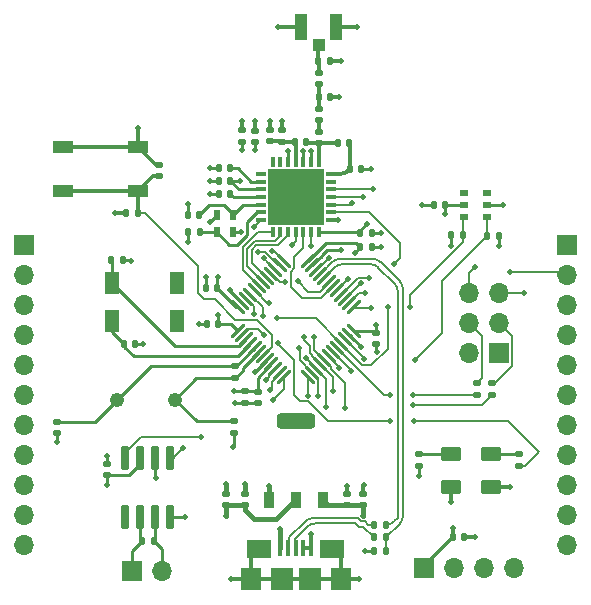
<source format=gbr>
%TF.GenerationSoftware,KiCad,Pcbnew,7.0.6-7.0.6~ubuntu22.04.1*%
%TF.CreationDate,2023-08-04T06:45:17-03:00*%
%TF.ProjectId,RF_Board,52465f42-6f61-4726-942e-6b696361645f,rev?*%
%TF.SameCoordinates,Original*%
%TF.FileFunction,Copper,L1,Top*%
%TF.FilePolarity,Positive*%
%FSLAX46Y46*%
G04 Gerber Fmt 4.6, Leading zero omitted, Abs format (unit mm)*
G04 Created by KiCad (PCBNEW 7.0.6-7.0.6~ubuntu22.04.1) date 2023-08-04 06:45:17*
%MOMM*%
%LPD*%
G01*
G04 APERTURE LIST*
G04 Aperture macros list*
%AMRoundRect*
0 Rectangle with rounded corners*
0 $1 Rounding radius*
0 $2 $3 $4 $5 $6 $7 $8 $9 X,Y pos of 4 corners*
0 Add a 4 corners polygon primitive as box body*
4,1,4,$2,$3,$4,$5,$6,$7,$8,$9,$2,$3,0*
0 Add four circle primitives for the rounded corners*
1,1,$1+$1,$2,$3*
1,1,$1+$1,$4,$5*
1,1,$1+$1,$6,$7*
1,1,$1+$1,$8,$9*
0 Add four rect primitives between the rounded corners*
20,1,$1+$1,$2,$3,$4,$5,0*
20,1,$1+$1,$4,$5,$6,$7,0*
20,1,$1+$1,$6,$7,$8,$9,0*
20,1,$1+$1,$8,$9,$2,$3,0*%
G04 Aperture macros list end*
%TA.AperFunction,SMDPad,CuDef*%
%ADD10RoundRect,0.250000X-0.625000X0.375000X-0.625000X-0.375000X0.625000X-0.375000X0.625000X0.375000X0*%
%TD*%
%TA.AperFunction,SMDPad,CuDef*%
%ADD11RoundRect,0.147500X0.172500X-0.147500X0.172500X0.147500X-0.172500X0.147500X-0.172500X-0.147500X0*%
%TD*%
%TA.AperFunction,SMDPad,CuDef*%
%ADD12RoundRect,0.140000X-0.140000X-0.170000X0.140000X-0.170000X0.140000X0.170000X-0.140000X0.170000X0*%
%TD*%
%TA.AperFunction,ComponentPad*%
%ADD13R,1.700000X1.700000*%
%TD*%
%TA.AperFunction,ComponentPad*%
%ADD14O,1.700000X1.700000*%
%TD*%
%TA.AperFunction,SMDPad,CuDef*%
%ADD15RoundRect,0.135000X0.135000X0.185000X-0.135000X0.185000X-0.135000X-0.185000X0.135000X-0.185000X0*%
%TD*%
%TA.AperFunction,SMDPad,CuDef*%
%ADD16RoundRect,0.135000X-0.135000X-0.185000X0.135000X-0.185000X0.135000X0.185000X-0.135000X0.185000X0*%
%TD*%
%TA.AperFunction,SMDPad,CuDef*%
%ADD17RoundRect,0.140000X0.170000X-0.140000X0.170000X0.140000X-0.170000X0.140000X-0.170000X-0.140000X0*%
%TD*%
%TA.AperFunction,SMDPad,CuDef*%
%ADD18RoundRect,0.140000X-0.170000X0.140000X-0.170000X-0.140000X0.170000X-0.140000X0.170000X0.140000X0*%
%TD*%
%TA.AperFunction,SMDPad,CuDef*%
%ADD19RoundRect,0.147500X-0.147500X-0.172500X0.147500X-0.172500X0.147500X0.172500X-0.147500X0.172500X0*%
%TD*%
%TA.AperFunction,SMDPad,CuDef*%
%ADD20RoundRect,0.135000X-0.185000X0.135000X-0.185000X-0.135000X0.185000X-0.135000X0.185000X0.135000X0*%
%TD*%
%TA.AperFunction,SMDPad,CuDef*%
%ADD21RoundRect,0.140000X0.140000X0.170000X-0.140000X0.170000X-0.140000X-0.170000X0.140000X-0.170000X0*%
%TD*%
%TA.AperFunction,SMDPad,CuDef*%
%ADD22RoundRect,0.250000X0.625000X-0.375000X0.625000X0.375000X-0.625000X0.375000X-0.625000X-0.375000X0*%
%TD*%
%TA.AperFunction,SMDPad,CuDef*%
%ADD23RoundRect,0.135000X0.185000X-0.135000X0.185000X0.135000X-0.185000X0.135000X-0.185000X-0.135000X0*%
%TD*%
%TA.AperFunction,SMDPad,CuDef*%
%ADD24RoundRect,0.012800X-0.392200X-0.147200X0.392200X-0.147200X0.392200X0.147200X-0.392200X0.147200X0*%
%TD*%
%TA.AperFunction,SMDPad,CuDef*%
%ADD25RoundRect,0.012800X0.147200X-0.392200X0.147200X0.392200X-0.147200X0.392200X-0.147200X-0.392200X0*%
%TD*%
%TA.AperFunction,SMDPad,CuDef*%
%ADD26R,4.800000X4.800000*%
%TD*%
%TA.AperFunction,SMDPad,CuDef*%
%ADD27R,0.400000X1.350000*%
%TD*%
%TA.AperFunction,SMDPad,CuDef*%
%ADD28R,2.100000X1.600000*%
%TD*%
%TA.AperFunction,SMDPad,CuDef*%
%ADD29R,1.800000X1.900000*%
%TD*%
%TA.AperFunction,SMDPad,CuDef*%
%ADD30R,1.900000X1.900000*%
%TD*%
%TA.AperFunction,ComponentPad*%
%ADD31C,1.247000*%
%TD*%
%TA.AperFunction,SMDPad,CuDef*%
%ADD32RoundRect,0.042000X-0.258000X0.943000X-0.258000X-0.943000X0.258000X-0.943000X0.258000X0.943000X0*%
%TD*%
%TA.AperFunction,SMDPad,CuDef*%
%ADD33R,0.609600X0.863600*%
%TD*%
%TA.AperFunction,SMDPad,CuDef*%
%ADD34R,1.050000X2.200000*%
%TD*%
%TA.AperFunction,SMDPad,CuDef*%
%ADD35R,1.000000X1.050000*%
%TD*%
%TA.AperFunction,SMDPad,CuDef*%
%ADD36RoundRect,0.037100X-0.317900X-0.227900X0.317900X-0.227900X0.317900X0.227900X-0.317900X0.227900X0*%
%TD*%
%TA.AperFunction,SMDPad,CuDef*%
%ADD37RoundRect,0.065100X0.399900X-0.589900X0.399900X0.589900X-0.399900X0.589900X-0.399900X-0.589900X0*%
%TD*%
%TA.AperFunction,SMDPad,CuDef*%
%ADD38RoundRect,0.314400X1.305600X-0.340600X1.305600X0.340600X-1.305600X0.340600X-1.305600X-0.340600X0*%
%TD*%
%TA.AperFunction,SMDPad,CuDef*%
%ADD39RoundRect,0.109200X0.496106X0.452548X0.452548X0.496106X-0.496106X-0.452548X-0.452548X-0.496106X0*%
%TD*%
%TA.AperFunction,SMDPad,CuDef*%
%ADD40RoundRect,0.109200X0.452548X-0.496106X0.496106X-0.452548X-0.452548X0.496106X-0.496106X0.452548X0*%
%TD*%
%TA.AperFunction,SMDPad,CuDef*%
%ADD41R,1.700000X1.000000*%
%TD*%
%TA.AperFunction,SMDPad,CuDef*%
%ADD42R,1.300000X1.900000*%
%TD*%
%TA.AperFunction,ViaPad*%
%ADD43C,0.500000*%
%TD*%
%TA.AperFunction,Conductor*%
%ADD44C,0.349582*%
%TD*%
%TA.AperFunction,Conductor*%
%ADD45C,0.250000*%
%TD*%
%TA.AperFunction,Conductor*%
%ADD46C,0.152000*%
%TD*%
%TA.AperFunction,Conductor*%
%ADD47C,0.400000*%
%TD*%
%TA.AperFunction,Conductor*%
%ADD48C,0.200000*%
%TD*%
G04 APERTURE END LIST*
D10*
%TO.P,D2,1,K*%
%TO.N,Net-(D2-K)*%
X211120000Y-84910000D03*
%TO.P,D2,2,A*%
%TO.N,+3.3V*%
X211120000Y-87710000D03*
%TD*%
D11*
%TO.P,L4,1,1*%
%TO.N,Net-(C17-Pad1)*%
X199940000Y-53655000D03*
%TO.P,L4,2,2*%
%TO.N,Net-(C38-Pad1)*%
X199940000Y-52685000D03*
%TD*%
D12*
%TO.P,C38,1*%
%TO.N,Net-(C38-Pad1)*%
X199910000Y-51680000D03*
%TO.P,C38,2*%
%TO.N,Earth*%
X200870000Y-51680000D03*
%TD*%
D13*
%TO.P,J5,1,Pin_1*%
%TO.N,Net-(J5-Pin_1)*%
X184125000Y-94880000D03*
D14*
%TO.P,J5,2,Pin_2*%
%TO.N,Net-(J5-Pin_2)*%
X186665000Y-94880000D03*
%TD*%
D15*
%TO.P,R1,1*%
%TO.N,/NRST*%
X184630000Y-64540000D03*
%TO.P,R1,2*%
%TO.N,+3.3V*%
X183610000Y-64540000D03*
%TD*%
D16*
%TO.P,R5,1*%
%TO.N,/D1-*%
X204620000Y-90930000D03*
%TO.P,R5,2*%
%TO.N,/D-*%
X205640000Y-90930000D03*
%TD*%
D17*
%TO.P,C8,1*%
%TO.N,VBUS*%
X202340000Y-89270000D03*
%TO.P,C8,2*%
%TO.N,Earth*%
X202340000Y-88310000D03*
%TD*%
D18*
%TO.P,C10,1*%
%TO.N,Earth*%
X194520000Y-57560000D03*
%TO.P,C10,2*%
%TO.N,+3.3V*%
X194520000Y-58520000D03*
%TD*%
D17*
%TO.P,C7,1*%
%TO.N,VBUS*%
X203730000Y-89270000D03*
%TO.P,C7,2*%
%TO.N,Earth*%
X203730000Y-88310000D03*
%TD*%
D12*
%TO.P,C18,1*%
%TO.N,+3.3V*%
X203470000Y-67450000D03*
%TO.P,C18,2*%
%TO.N,Earth*%
X204430000Y-67450000D03*
%TD*%
%TO.P,C21,1*%
%TO.N,Earth*%
X209680000Y-63860000D03*
%TO.P,C21,2*%
%TO.N,+3.3V*%
X210640000Y-63860000D03*
%TD*%
D19*
%TO.P,L2,1,1*%
%TO.N,/RFI_HF*%
X202555000Y-60855000D03*
%TO.P,L2,2,2*%
%TO.N,Earth*%
X203525000Y-60855000D03*
%TD*%
D20*
%TO.P,R9,1*%
%TO.N,Net-(D2-K)*%
X208470000Y-84920000D03*
%TO.P,R9,2*%
%TO.N,Earth*%
X208470000Y-85940000D03*
%TD*%
D18*
%TO.P,C31,1*%
%TO.N,+3.3V*%
X193670000Y-79650000D03*
%TO.P,C31,2*%
%TO.N,Earth*%
X193670000Y-80610000D03*
%TD*%
D21*
%TO.P,C32,1*%
%TO.N,+3.3V*%
X191440000Y-73910000D03*
%TO.P,C32,2*%
%TO.N,Earth*%
X190480000Y-73910000D03*
%TD*%
D16*
%TO.P,R7,1*%
%TO.N,VBUS*%
X204620000Y-93140000D03*
%TO.P,R7,2*%
%TO.N,/D+*%
X205640000Y-93140000D03*
%TD*%
D13*
%TO.P,J7,1,Pin_1*%
%TO.N,+3.3V*%
X221000000Y-67270000D03*
D14*
%TO.P,J7,2,Pin_2*%
%TO.N,/PA8*%
X221000000Y-69810000D03*
%TO.P,J7,3,Pin_3*%
%TO.N,/PB15*%
X221000000Y-72350000D03*
%TO.P,J7,4,Pin_4*%
%TO.N,/PB14*%
X221000000Y-74890000D03*
%TO.P,J7,5,Pin_5*%
%TO.N,/PB13*%
X221000000Y-77430000D03*
%TO.P,J7,6,Pin_6*%
%TO.N,/PB12*%
X221000000Y-79970000D03*
%TO.P,J7,7,Pin_7*%
%TO.N,/PB11*%
X221000000Y-82510000D03*
%TO.P,J7,8,Pin_8*%
%TO.N,/PB1*%
X221000000Y-85050000D03*
%TO.P,J7,9,Pin_9*%
%TO.N,/PB0*%
X221000000Y-87590000D03*
%TO.P,J7,10,Pin_10*%
%TO.N,Earth*%
X221000000Y-90130000D03*
%TO.P,J7,11,Pin_11*%
X221000000Y-92670000D03*
%TD*%
D20*
%TO.P,R2,1*%
%TO.N,/OSC8_IN*%
X192870000Y-77510000D03*
%TO.P,R2,2*%
%TO.N,/OSC8_OUT*%
X192870000Y-78530000D03*
%TD*%
D13*
%TO.P,J4,1,Pin_1*%
%TO.N,+3.3V*%
X215175000Y-76355000D03*
D14*
%TO.P,J4,2,Pin_2*%
X212635000Y-76355000D03*
%TO.P,J4,3,Pin_3*%
%TO.N,/BOOT0*%
X215175000Y-73815000D03*
%TO.P,J4,4,Pin_4*%
%TO.N,/BOOT1*%
X212635000Y-73815000D03*
%TO.P,J4,5,Pin_5*%
%TO.N,Earth*%
X215175000Y-71275000D03*
%TO.P,J4,6,Pin_6*%
X212635000Y-71275000D03*
%TD*%
D21*
%TO.P,C9,1*%
%TO.N,Earth*%
X204420000Y-66200000D03*
%TO.P,C9,2*%
%TO.N,+3.3V*%
X203460000Y-66200000D03*
%TD*%
D22*
%TO.P,D1,1,K*%
%TO.N,Earth*%
X214510000Y-87710000D03*
%TO.P,D1,2,A*%
%TO.N,Net-(D1-A)*%
X214510000Y-84910000D03*
%TD*%
D13*
%TO.P,J3,1,Pin_1*%
%TO.N,+3.3V*%
X208850000Y-94640000D03*
D14*
%TO.P,J3,2,Pin_2*%
%TO.N,/SWDIO*%
X211390000Y-94640000D03*
%TO.P,J3,3,Pin_3*%
%TO.N,/SWCLK*%
X213930000Y-94640000D03*
%TO.P,J3,4,Pin_4*%
%TO.N,Earth*%
X216470000Y-94640000D03*
%TD*%
D11*
%TO.P,L3,1,1*%
%TO.N,Net-(C16-Pad1)*%
X199950000Y-56675000D03*
%TO.P,L3,2,2*%
%TO.N,Net-(C17-Pad1)*%
X199950000Y-55705000D03*
%TD*%
D21*
%TO.P,C15,1*%
%TO.N,/RFI_HF*%
X202530000Y-58610000D03*
%TO.P,C15,2*%
%TO.N,/RFO_HF*%
X201570000Y-58610000D03*
%TD*%
D12*
%TO.P,C39,1*%
%TO.N,+3.3V*%
X211310000Y-91980000D03*
%TO.P,C39,2*%
%TO.N,Earth*%
X212270000Y-91980000D03*
%TD*%
D17*
%TO.P,C13,1*%
%TO.N,/VR_PA*%
X195790000Y-58485000D03*
%TO.P,C13,2*%
%TO.N,Earth*%
X195790000Y-57525000D03*
%TD*%
D12*
%TO.P,C3,1*%
%TO.N,Earth*%
X191510000Y-60750000D03*
%TO.P,C3,2*%
%TO.N,Net-(U2-VR_ANA)*%
X192470000Y-60750000D03*
%TD*%
D21*
%TO.P,C36,1*%
%TO.N,Earth*%
X184410000Y-75620000D03*
%TO.P,C36,2*%
%TO.N,/OSC32_OUT*%
X183450000Y-75620000D03*
%TD*%
D23*
%TO.P,R4,1*%
%TO.N,Net-(U1-PB2)*%
X213375000Y-79945000D03*
%TO.P,R4,2*%
%TO.N,/BOOT1*%
X213375000Y-78925000D03*
%TD*%
D17*
%TO.P,C33,1*%
%TO.N,Earth*%
X177800000Y-83170000D03*
%TO.P,C33,2*%
%TO.N,/OSC8_IN*%
X177800000Y-82210000D03*
%TD*%
D24*
%TO.P,U2,1,RFI_LF*%
%TO.N,unconnected-(U2-RFI_LF-Pad1)*%
X195045000Y-61230000D03*
%TO.P,U2,2,VR_ANA*%
%TO.N,Net-(U2-VR_ANA)*%
X195045000Y-61880000D03*
%TO.P,U2,3,VBAT_ANA*%
%TO.N,+3.3V*%
X195045000Y-62530000D03*
%TO.P,U2,4,VR_DIG*%
%TO.N,Net-(U2-VR_DIG)*%
X195045000Y-63180000D03*
%TO.P,U2,5,XTA*%
%TO.N,/XTA*%
X195045000Y-63830000D03*
%TO.P,U2,6,XTB*%
%TO.N,/XTB*%
X195045000Y-64480000D03*
%TO.P,U2,7,NRESET*%
%TO.N,/NRESET*%
X195045000Y-65130000D03*
D25*
%TO.P,U2,8,DIO0*%
%TO.N,/DIO0*%
X196050000Y-66135000D03*
%TO.P,U2,9,DIO1/DCLK*%
%TO.N,/DIO1*%
X196700000Y-66135000D03*
%TO.P,U2,10,DIO2/DATA*%
%TO.N,/DIO2*%
X197350000Y-66135000D03*
%TO.P,U2,11,DIO3*%
%TO.N,/DIO3*%
X198000000Y-66135000D03*
%TO.P,U2,12,DIO4*%
%TO.N,/DIO4*%
X198650000Y-66135000D03*
%TO.P,U2,13,DIO5*%
%TO.N,/DIO5*%
X199300000Y-66135000D03*
%TO.P,U2,14,VBAT_DIG*%
%TO.N,+3.3V*%
X199950000Y-66135000D03*
D24*
%TO.P,U2,15,GND*%
%TO.N,Earth*%
X200955000Y-65130000D03*
%TO.P,U2,16,SCK*%
%TO.N,/PA5*%
X200955000Y-64480000D03*
%TO.P,U2,17,MISO*%
%TO.N,/MISO*%
X200955000Y-63830000D03*
%TO.P,U2,18,MOSI*%
%TO.N,/MOSI*%
X200955000Y-63180000D03*
%TO.P,U2,19,NSS*%
%TO.N,/NSS*%
X200955000Y-62530000D03*
%TO.P,U2,20,RXTX/RF_MOD*%
%TO.N,unconnected-(U2-RXTX{slash}RF_MOD-Pad20)*%
X200955000Y-61880000D03*
%TO.P,U2,21,RFI_HF(GND)*%
%TO.N,/RFI_HF*%
X200955000Y-61230000D03*
D25*
%TO.P,U2,22,RFO_HF(GND)*%
%TO.N,/RFO_HF*%
X199950000Y-60225000D03*
%TO.P,U2,23,GND*%
%TO.N,Earth*%
X199300000Y-60225000D03*
%TO.P,U2,24,VBAT_RF*%
%TO.N,+3.3V*%
X198650000Y-60225000D03*
%TO.P,U2,25,VR_PA*%
%TO.N,/VR_PA*%
X198000000Y-60225000D03*
%TO.P,U2,26,GND*%
%TO.N,Earth*%
X197350000Y-60225000D03*
%TO.P,U2,27,PA_BOOST*%
%TO.N,unconnected-(U2-PA_BOOST-Pad27)*%
X196700000Y-60225000D03*
%TO.P,U2,28,RFO_LF*%
%TO.N,unconnected-(U2-RFO_LF-Pad28)*%
X196050000Y-60225000D03*
D26*
%TO.P,U2,29,EXP*%
%TO.N,Earth*%
X198000000Y-63180000D03*
%TD*%
D16*
%TO.P,R13,1*%
%TO.N,/PB11*%
X214170000Y-66520000D03*
%TO.P,R13,2*%
%TO.N,+3.3V*%
X215190000Y-66520000D03*
%TD*%
D17*
%TO.P,C40,1*%
%TO.N,+3.3V*%
X181980000Y-86760000D03*
%TO.P,C40,2*%
%TO.N,Earth*%
X181980000Y-85800000D03*
%TD*%
D27*
%TO.P,J1,1,VUSB*%
%TO.N,VBUS*%
X196700000Y-92885000D03*
%TO.P,J1,2,D-*%
%TO.N,/D1-*%
X197350000Y-92885000D03*
%TO.P,J1,3,D+*%
%TO.N,/D1+*%
X198000000Y-92885000D03*
%TO.P,J1,4,ID*%
%TO.N,Earth*%
X198650000Y-92885000D03*
%TO.P,J1,5,GND*%
X199300000Y-92885000D03*
D28*
%TO.P,J1,SH1,SHIELD*%
X194900000Y-93010000D03*
%TO.P,J1,SH2,SHIELD*%
X201100000Y-93010000D03*
D29*
%TO.P,J1,SH3,SHIELD*%
X194200000Y-95560000D03*
D30*
%TO.P,J1,SH4,SHIELD*%
X196800000Y-95560000D03*
%TO.P,J1,SH5,SHIELD*%
X199200000Y-95560000D03*
D29*
%TO.P,J1,SH6,SHIELD*%
X201800000Y-95560000D03*
%TD*%
D20*
%TO.P,R3,1*%
%TO.N,/BOOT0*%
X214615000Y-78925000D03*
%TO.P,R3,2*%
%TO.N,Net-(U1-BOOT0)*%
X214615000Y-79945000D03*
%TD*%
D21*
%TO.P,C19,1*%
%TO.N,+3.3V*%
X191360000Y-70890000D03*
%TO.P,C19,2*%
%TO.N,Earth*%
X190400000Y-70890000D03*
%TD*%
D17*
%TO.P,C14,1*%
%TO.N,/VR_PA*%
X196850000Y-58505000D03*
%TO.P,C14,2*%
%TO.N,Earth*%
X196850000Y-57545000D03*
%TD*%
D18*
%TO.P,C20,1*%
%TO.N,+3.3V*%
X204830000Y-74710000D03*
%TO.P,C20,2*%
%TO.N,Earth*%
X204830000Y-75670000D03*
%TD*%
D15*
%TO.P,R10,1*%
%TO.N,Net-(J5-Pin_2)*%
X185980000Y-92300000D03*
%TO.P,R10,2*%
%TO.N,Net-(J5-Pin_1)*%
X184960000Y-92300000D03*
%TD*%
D13*
%TO.P,J6,1,Pin_1*%
%TO.N,/PA15*%
X175000000Y-67270000D03*
D14*
%TO.P,J6,2,Pin_2*%
%TO.N,/PB10*%
X175000000Y-69810000D03*
%TO.P,J6,3,Pin_3*%
%TO.N,/PA0*%
X175000000Y-72350000D03*
%TO.P,J6,4,Pin_4*%
%TO.N,/PA1*%
X175000000Y-74890000D03*
%TO.P,J6,5,Pin_5*%
%TO.N,/PA2*%
X175000000Y-77430000D03*
%TO.P,J6,6,Pin_6*%
%TO.N,/PA3*%
X175000000Y-79970000D03*
%TO.P,J6,7,Pin_7*%
%TO.N,/NSS*%
X175000000Y-82510000D03*
%TO.P,J6,8,Pin_8*%
%TO.N,/PA5*%
X175000000Y-85050000D03*
%TO.P,J6,9,Pin_9*%
%TO.N,/MISO*%
X175000000Y-87590000D03*
%TO.P,J6,10,Pin_10*%
%TO.N,/MOSI*%
X175000000Y-90130000D03*
%TO.P,J6,11,Pin_11*%
%TO.N,VBUS*%
X175000000Y-92670000D03*
%TD*%
D12*
%TO.P,C4,1*%
%TO.N,Earth*%
X191510000Y-62920000D03*
%TO.P,C4,2*%
%TO.N,Net-(U2-VR_DIG)*%
X192470000Y-62920000D03*
%TD*%
D31*
%TO.P,Y1,1,1*%
%TO.N,/OSC8_IN*%
X182880000Y-80350000D03*
%TO.P,Y1,2,CRYSTAL__2*%
%TO.N,/OSC8_OUT*%
X187760000Y-80350000D03*
%TD*%
D32*
%TO.P,U4,1,D*%
%TO.N,/CAN_TX*%
X187385000Y-85305000D03*
%TO.P,U4,2,GND*%
%TO.N,Earth*%
X186115000Y-85305000D03*
%TO.P,U4,3,VCC*%
%TO.N,+3.3V*%
X184845000Y-85305000D03*
%TO.P,U4,4,R*%
%TO.N,/CAN_RX*%
X183575000Y-85305000D03*
%TO.P,U4,5,VREF*%
%TO.N,unconnected-(U4-VREF-Pad5)*%
X183575000Y-90245000D03*
%TO.P,U4,6,CANL*%
%TO.N,Net-(J5-Pin_1)*%
X184845000Y-90245000D03*
%TO.P,U4,7,CANH*%
%TO.N,Net-(J5-Pin_2)*%
X186115000Y-90245000D03*
%TO.P,U4,8,RS*%
%TO.N,Earth*%
X187385000Y-90245000D03*
%TD*%
D33*
%TO.P,XTAL1,1,1*%
%TO.N,/XTB*%
X191295000Y-66153900D03*
%TO.P,XTAL1,2,2*%
%TO.N,Earth*%
X192645000Y-66153900D03*
%TO.P,XTAL1,3,3*%
%TO.N,/XTA*%
X192645000Y-64706100D03*
%TO.P,XTAL1,4,4*%
%TO.N,Earth*%
X191295000Y-64706100D03*
%TD*%
D12*
%TO.P,C12,1*%
%TO.N,Earth*%
X191510000Y-61835000D03*
%TO.P,C12,2*%
%TO.N,+3.3V*%
X192470000Y-61835000D03*
%TD*%
D18*
%TO.P,C37,1*%
%TO.N,Earth*%
X186400000Y-60450000D03*
%TO.P,C37,2*%
%TO.N,/NRST*%
X186400000Y-61410000D03*
%TD*%
D12*
%TO.P,C17,1*%
%TO.N,Net-(C17-Pad1)*%
X199930000Y-54690000D03*
%TO.P,C17,2*%
%TO.N,Earth*%
X200890000Y-54690000D03*
%TD*%
D20*
%TO.P,R8,1*%
%TO.N,Net-(D1-A)*%
X216920000Y-84920000D03*
%TO.P,R8,2*%
%TO.N,Net-(U1-PC13-TAMPER-RTC)*%
X216920000Y-85940000D03*
%TD*%
D34*
%TO.P,J2,1*%
%TO.N,Earth*%
X198465000Y-48800000D03*
D35*
%TO.P,J2,2*%
%TO.N,Net-(C38-Pad1)*%
X199940000Y-50325000D03*
D34*
%TO.P,J2,3*%
%TO.N,Earth*%
X201415000Y-48800000D03*
%TD*%
D16*
%TO.P,R6,1*%
%TO.N,/D1+*%
X204600000Y-92010000D03*
%TO.P,R6,2*%
%TO.N,/D+*%
X205620000Y-92010000D03*
%TD*%
D15*
%TO.P,R12,1*%
%TO.N,/PB10*%
X212190000Y-66390000D03*
%TO.P,R12,2*%
%TO.N,+3.3V*%
X211170000Y-66390000D03*
%TD*%
D17*
%TO.P,C6,1*%
%TO.N,+3.3V*%
X192090000Y-89270000D03*
%TO.P,C6,2*%
%TO.N,Earth*%
X192090000Y-88310000D03*
%TD*%
D21*
%TO.P,C35,1*%
%TO.N,Earth*%
X183330000Y-68550000D03*
%TO.P,C35,2*%
%TO.N,/OSC32_IN*%
X182370000Y-68550000D03*
%TD*%
D36*
%TO.P,U5,1,NC*%
%TO.N,unconnected-(U5-NC-Pad1)*%
X212235000Y-62870000D03*
%TO.P,U5,2,VDD*%
%TO.N,+3.3V*%
X212235000Y-63870000D03*
%TO.P,U5,3,SCL*%
%TO.N,/PB10*%
X212235000Y-64870000D03*
%TO.P,U5,4,SDA*%
%TO.N,/PB11*%
X214205000Y-64870000D03*
%TO.P,U5,5,GND*%
%TO.N,Earth*%
X214205000Y-63870000D03*
%TO.P,U5,6,NC*%
%TO.N,unconnected-(U5-NC-Pad6)*%
X214205000Y-62870000D03*
%TD*%
D37*
%TO.P,U3,1,GND/ADJ*%
%TO.N,Earth*%
X195710000Y-88835000D03*
%TO.P,U3,2,VOUT*%
%TO.N,+3.3V*%
X198000000Y-88835000D03*
%TO.P,U3,3,VIN*%
%TO.N,VBUS*%
X200290000Y-88835000D03*
D38*
%TO.P,U3,4*%
%TO.N,N/C*%
X198000000Y-82145000D03*
%TD*%
D39*
%TO.P,U1,1,VBAT*%
%TO.N,+3.3V*%
X193099750Y-74531163D03*
%TO.P,U1,2,PC13-TAMPER-RTC*%
%TO.N,Net-(U1-PC13-TAMPER-RTC)*%
X193453303Y-74884716D03*
%TO.P,U1,3,PC14-OSC32_IN*%
%TO.N,/OSC32_IN*%
X193806857Y-75238269D03*
%TO.P,U1,4,PC15-OSC32_OUT*%
%TO.N,/OSC32_OUT*%
X194160410Y-75591823D03*
%TO.P,U1,5,PD0_OSC_IN*%
%TO.N,/OSC8_IN*%
X194513964Y-75945376D03*
%TO.P,U1,6,PD1_OSC_OUT*%
%TO.N,/OSC8_OUT*%
X194867517Y-76298930D03*
%TO.P,U1,7,NRST*%
%TO.N,/NRST*%
X195221070Y-76652483D03*
%TO.P,U1,8,VSSA*%
%TO.N,Earth*%
X195574624Y-77006036D03*
%TO.P,U1,9,VDDA*%
%TO.N,+3.3V*%
X195928177Y-77359590D03*
%TO.P,U1,10,PA0_WKUP*%
%TO.N,/PA0*%
X196281731Y-77713143D03*
%TO.P,U1,11,PA1*%
%TO.N,/PA1*%
X196635284Y-78066697D03*
%TO.P,U1,12,PA2*%
%TO.N,/PA2*%
X196988837Y-78420250D03*
D40*
%TO.P,U1,13,PA3*%
%TO.N,/PA3*%
X199011163Y-78420250D03*
%TO.P,U1,14,PA4*%
%TO.N,/NSS*%
X199364716Y-78066697D03*
%TO.P,U1,15,PA5*%
%TO.N,/PA5*%
X199718269Y-77713143D03*
%TO.P,U1,16,PA6*%
%TO.N,/MISO*%
X200071823Y-77359590D03*
%TO.P,U1,17,PA7*%
%TO.N,/MOSI*%
X200425376Y-77006036D03*
%TO.P,U1,18,PB0*%
%TO.N,/PB0*%
X200778930Y-76652483D03*
%TO.P,U1,19,PB1*%
%TO.N,/PB1*%
X201132483Y-76298930D03*
%TO.P,U1,20,PB2*%
%TO.N,Net-(U1-PB2)*%
X201486036Y-75945376D03*
%TO.P,U1,21,PB10*%
%TO.N,/PB10*%
X201839590Y-75591823D03*
%TO.P,U1,22,PB11*%
%TO.N,/PB11*%
X202193143Y-75238269D03*
%TO.P,U1,23,VSS*%
%TO.N,Earth*%
X202546697Y-74884716D03*
%TO.P,U1,24,VDD*%
%TO.N,+3.3V*%
X202900250Y-74531163D03*
D39*
%TO.P,U1,25,PB12*%
%TO.N,/PB12*%
X202900250Y-72508837D03*
%TO.P,U1,26,PB13*%
%TO.N,/PB13*%
X202546697Y-72155284D03*
%TO.P,U1,27,PB14*%
%TO.N,/PB14*%
X202193143Y-71801731D03*
%TO.P,U1,28,PB15*%
%TO.N,/PB15*%
X201839590Y-71448177D03*
%TO.P,U1,29,PA8*%
%TO.N,/PA8*%
X201486036Y-71094624D03*
%TO.P,U1,30,PA9*%
%TO.N,/DIO4*%
X201132483Y-70741070D03*
%TO.P,U1,31,PA10*%
%TO.N,/DIO5*%
X200778930Y-70387517D03*
%TO.P,U1,32,PA11*%
%TO.N,/D-*%
X200425376Y-70033964D03*
%TO.P,U1,33,PA12*%
%TO.N,/D+*%
X200071823Y-69680410D03*
%TO.P,U1,34,PA13*%
%TO.N,/SWDIO*%
X199718269Y-69326857D03*
%TO.P,U1,35,VSS*%
%TO.N,Earth*%
X199364716Y-68973303D03*
%TO.P,U1,36,VDD*%
%TO.N,+3.3V*%
X199011163Y-68619750D03*
D40*
%TO.P,U1,37,PA14*%
%TO.N,/SWCLK*%
X196988837Y-68619750D03*
%TO.P,U1,38,PA15*%
%TO.N,/PA15*%
X196635284Y-68973303D03*
%TO.P,U1,39,PB3*%
%TO.N,/NRESET*%
X196281731Y-69326857D03*
%TO.P,U1,40,PB4*%
%TO.N,/DIO3*%
X195928177Y-69680410D03*
%TO.P,U1,41,PB5*%
%TO.N,/DIO2*%
X195574624Y-70033964D03*
%TO.P,U1,42,PB6*%
%TO.N,/DIO1*%
X195221070Y-70387517D03*
%TO.P,U1,43,PB7*%
%TO.N,/DIO0*%
X194867517Y-70741070D03*
%TO.P,U1,44,BOOT0*%
%TO.N,Net-(U1-BOOT0)*%
X194513964Y-71094624D03*
%TO.P,U1,45,PB8*%
%TO.N,/CAN_RX*%
X194160410Y-71448177D03*
%TO.P,U1,46,PB9*%
%TO.N,/CAN_TX*%
X193806857Y-71801731D03*
%TO.P,U1,47,VSS*%
%TO.N,Earth*%
X193453303Y-72155284D03*
%TO.P,U1,48,VDD*%
%TO.N,+3.3V*%
X193099750Y-72508837D03*
%TD*%
D17*
%TO.P,C34,1*%
%TO.N,Earth*%
X192740000Y-83150000D03*
%TO.P,C34,2*%
%TO.N,/OSC8_OUT*%
X192740000Y-82190000D03*
%TD*%
D21*
%TO.P,C2,1*%
%TO.N,/XTB*%
X189850000Y-66150000D03*
%TO.P,C2,2*%
%TO.N,Earth*%
X188890000Y-66150000D03*
%TD*%
D18*
%TO.P,C16,1*%
%TO.N,Net-(C16-Pad1)*%
X199960000Y-57660000D03*
%TO.P,C16,2*%
%TO.N,/RFO_HF*%
X199960000Y-58620000D03*
%TD*%
%TO.P,C11,1*%
%TO.N,Earth*%
X193470000Y-57550000D03*
%TO.P,C11,2*%
%TO.N,+3.3V*%
X193470000Y-58510000D03*
%TD*%
D19*
%TO.P,L1,1,1*%
%TO.N,/VR_PA*%
X197935000Y-58570000D03*
%TO.P,L1,2,2*%
%TO.N,/RFO_HF*%
X198905000Y-58570000D03*
%TD*%
D17*
%TO.P,C5,1*%
%TO.N,+3.3V*%
X193670000Y-89270000D03*
%TO.P,C5,2*%
%TO.N,Earth*%
X193670000Y-88310000D03*
%TD*%
D41*
%TO.P,SW1,1,1*%
%TO.N,Earth*%
X178300000Y-58920000D03*
X184600000Y-58920000D03*
%TO.P,SW1,2,2*%
%TO.N,/NRST*%
X178300000Y-62720000D03*
X184600000Y-62720000D03*
%TD*%
D21*
%TO.P,C1,1*%
%TO.N,/XTA*%
X189840000Y-64680000D03*
%TO.P,C1,2*%
%TO.N,Earth*%
X188880000Y-64680000D03*
%TD*%
D42*
%TO.P,Y2,1*%
%TO.N,/OSC32_OUT*%
X182440000Y-73650000D03*
%TO.P,Y2,2,NC*%
%TO.N,unconnected-(Y2-NC-Pad2)*%
X187940000Y-73650000D03*
%TO.P,Y2,3,NC*%
%TO.N,unconnected-(Y2-NC-Pad3)*%
X187940000Y-70450000D03*
%TO.P,Y2,4*%
%TO.N,/OSC32_IN*%
X182440000Y-70450000D03*
%TD*%
D18*
%TO.P,C30,1*%
%TO.N,+3.3V*%
X194790000Y-79660000D03*
%TO.P,C30,2*%
%TO.N,Earth*%
X194790000Y-80620000D03*
%TD*%
D43*
%TO.N,Earth*%
X217310000Y-71280000D03*
X193680000Y-87490000D03*
X193365500Y-66160000D03*
X190730000Y-61810000D03*
X188900000Y-66960000D03*
X203360000Y-95570000D03*
X194520000Y-56730000D03*
X208690000Y-63870000D03*
X205230000Y-67440000D03*
X197970000Y-63230000D03*
X201790000Y-51680000D03*
X213140000Y-91980000D03*
X193470000Y-56730000D03*
X201630000Y-54710000D03*
X203740000Y-87600000D03*
X205250000Y-66210000D03*
X204340000Y-60850000D03*
X190740000Y-62900000D03*
X192820000Y-80590000D03*
X192090000Y-87490000D03*
X204850000Y-76290000D03*
X202360000Y-87620000D03*
X199320000Y-59300000D03*
X181980000Y-85110000D03*
X208430000Y-86850000D03*
X185060000Y-75610000D03*
X197360000Y-59330000D03*
X192410000Y-71060000D03*
X190730000Y-65290000D03*
X215510000Y-63890000D03*
X192530000Y-95570000D03*
X201550000Y-65130000D03*
X199310000Y-91690000D03*
X194568005Y-77978005D03*
X189770000Y-73920000D03*
X192710000Y-84330000D03*
X203180000Y-48820000D03*
X203550000Y-75870000D03*
X188660000Y-90290000D03*
X213140000Y-69084500D03*
X196500000Y-48760000D03*
X201820000Y-67644500D03*
X177790000Y-83910000D03*
X184600000Y-57310000D03*
X190410000Y-69990000D03*
X195700000Y-87690000D03*
X186140000Y-86950000D03*
X188880000Y-63770000D03*
X196850000Y-56720000D03*
X184050000Y-68570000D03*
X195800000Y-56720000D03*
X190740000Y-60750000D03*
X216110000Y-87700000D03*
%TO.N,+3.3V*%
X193470000Y-59200000D03*
X211130000Y-89030000D03*
X191380000Y-70000000D03*
X191450000Y-73170000D03*
X203990000Y-65460000D03*
X215190000Y-67340000D03*
X210620000Y-64630000D03*
X198584291Y-59300000D03*
X211300000Y-91230000D03*
X192790000Y-79630000D03*
X192100000Y-90200000D03*
X182680000Y-64520000D03*
X204820000Y-74010000D03*
X193250000Y-61820000D03*
X194520000Y-59200000D03*
X203004500Y-67915500D03*
X182010000Y-87610000D03*
X211160000Y-67320000D03*
%TO.N,VBUS*%
X203730000Y-90160000D03*
X203830000Y-93140000D03*
X196700000Y-91300000D03*
%TO.N,/PA0*%
X195440000Y-78660000D03*
%TO.N,/PA1*%
X195830000Y-79520000D03*
%TO.N,/PA2*%
X196040665Y-80376165D03*
%TO.N,/PA3*%
X199000000Y-80010000D03*
%TO.N,/NSS*%
X199900000Y-80070000D03*
X198300000Y-75940000D03*
X204540000Y-62530000D03*
%TO.N,/PA5*%
X200590000Y-80960000D03*
X198849887Y-76810113D03*
X206300000Y-68867000D03*
%TO.N,/MISO*%
X201140000Y-79570000D03*
X198660000Y-75005500D03*
X202790000Y-63710000D03*
%TO.N,/MOSI*%
X202170000Y-81090000D03*
X203680000Y-63180000D03*
X199540000Y-75005500D03*
%TO.N,/PA8*%
X216110000Y-69560000D03*
X202440000Y-70100000D03*
%TO.N,/PA15*%
X194761000Y-67850000D03*
%TO.N,/PB0*%
X201690000Y-77650000D03*
%TO.N,/PB1*%
X202682845Y-77885355D03*
%TO.N,/PB10*%
X205790000Y-72480000D03*
X196378415Y-73431585D03*
X207690000Y-72510000D03*
%TO.N,/DIO3*%
X197080000Y-70400000D03*
X197690000Y-67240000D03*
%TO.N,/DIO5*%
X199250000Y-67340000D03*
X198160000Y-70320000D03*
%TO.N,/NRESET*%
X195275187Y-68390313D03*
X194460000Y-65690000D03*
%TO.N,/PB11*%
X203800000Y-76930000D03*
X208064869Y-77017329D03*
%TO.N,/PB12*%
X204330000Y-72610000D03*
%TO.N,/PB13*%
X203860000Y-71330000D03*
%TO.N,/PB14*%
X203510000Y-70480000D03*
%TO.N,/PB15*%
X204240000Y-70004500D03*
%TO.N,Net-(U1-BOOT0)*%
X195700000Y-72130000D03*
X207960000Y-80800000D03*
%TO.N,Net-(U1-PB2)*%
X207890000Y-79920000D03*
X206010000Y-79910000D03*
%TO.N,Net-(U1-PC13-TAMPER-RTC)*%
X205990000Y-82130000D03*
X196492500Y-75570000D03*
X208000000Y-82140000D03*
X195350000Y-74900000D03*
%TO.N,/SWCLK*%
X195980000Y-67749500D03*
%TO.N,/SWDIO*%
X200770593Y-68310593D03*
%TO.N,/CAN_RX*%
X195240000Y-73260000D03*
X189960000Y-83510000D03*
%TO.N,/CAN_TX*%
X188480000Y-84410000D03*
X194460000Y-73080000D03*
%TD*%
D44*
%TO.N,Earth*%
X203730000Y-87610000D02*
X203740000Y-87600000D01*
D45*
X204335000Y-60855000D02*
X204340000Y-60850000D01*
D46*
X217305000Y-71275000D02*
X217310000Y-71280000D01*
D45*
X208470000Y-85940000D02*
X208470000Y-86810000D01*
D44*
X184600000Y-58920000D02*
X184600000Y-57310000D01*
D45*
X200623513Y-67644500D02*
X200195593Y-68072420D01*
D44*
X199300000Y-92885000D02*
X198650000Y-92885000D01*
D45*
X201820000Y-67644500D02*
X200623513Y-67644500D01*
X190755000Y-61835000D02*
X190730000Y-61810000D01*
X195539974Y-77006036D02*
X194568005Y-77978005D01*
X186115000Y-86925000D02*
X186140000Y-86950000D01*
D44*
X201800000Y-95560000D02*
X203350000Y-95560000D01*
D45*
X192740000Y-84300000D02*
X192740000Y-83150000D01*
D44*
X200890000Y-54690000D02*
X201610000Y-54690000D01*
X202340000Y-87640000D02*
X202360000Y-87620000D01*
D45*
X185060000Y-75610000D02*
X184420000Y-75610000D01*
X177800000Y-83900000D02*
X177790000Y-83910000D01*
X193359400Y-66153900D02*
X193365500Y-66160000D01*
D44*
X199300000Y-91700000D02*
X199310000Y-91690000D01*
D45*
X193453303Y-72155284D02*
X192410000Y-71111981D01*
D47*
X192090000Y-88310000D02*
X192090000Y-87490000D01*
D45*
X184420000Y-75610000D02*
X184410000Y-75620000D01*
X188890000Y-66950000D02*
X188900000Y-66960000D01*
X192410000Y-71111981D02*
X192410000Y-71060000D01*
X191510000Y-61835000D02*
X190755000Y-61835000D01*
X181980000Y-85800000D02*
X181980000Y-85110000D01*
X204830000Y-76270000D02*
X204850000Y-76290000D01*
D44*
X201800000Y-95560000D02*
X201800000Y-93710000D01*
D45*
X190760000Y-62920000D02*
X190740000Y-62900000D01*
D44*
X214510000Y-87710000D02*
X216100000Y-87710000D01*
X201610000Y-54690000D02*
X201630000Y-54710000D01*
X212270000Y-91980000D02*
X213140000Y-91980000D01*
D45*
X197350000Y-60225000D02*
X197350000Y-59340000D01*
X201550000Y-65130000D02*
X200955000Y-65130000D01*
X205250000Y-66210000D02*
X205240000Y-66200000D01*
X192840000Y-80610000D02*
X192820000Y-80590000D01*
X198000000Y-63200000D02*
X197970000Y-63230000D01*
D44*
X195790000Y-57525000D02*
X195790000Y-56730000D01*
D45*
X191295000Y-64725000D02*
X190730000Y-65290000D01*
X186115000Y-85305000D02*
X186115000Y-86925000D01*
X203525000Y-60855000D02*
X204335000Y-60855000D01*
X193680000Y-80620000D02*
X193670000Y-80610000D01*
D44*
X201800000Y-93710000D02*
X201100000Y-93010000D01*
D47*
X195710000Y-87700000D02*
X195700000Y-87690000D01*
D44*
X202340000Y-88310000D02*
X202340000Y-87640000D01*
X198465000Y-48800000D02*
X196540000Y-48800000D01*
X193470000Y-57550000D02*
X193470000Y-56730000D01*
D45*
X190400000Y-70000000D02*
X190410000Y-69990000D01*
D44*
X194200000Y-93710000D02*
X194900000Y-93010000D01*
D45*
X202564716Y-74884716D02*
X203550000Y-75870000D01*
D44*
X194200000Y-95560000D02*
X192540000Y-95560000D01*
D45*
X188890000Y-66150000D02*
X188890000Y-66950000D01*
X200195593Y-68142426D02*
X199364716Y-68973303D01*
X191295000Y-64706100D02*
X191295000Y-64725000D01*
D44*
X194520000Y-57560000D02*
X194520000Y-56730000D01*
X194200000Y-95560000D02*
X201800000Y-95560000D01*
D45*
X197350000Y-59340000D02*
X197360000Y-59330000D01*
D44*
X201415000Y-48800000D02*
X203160000Y-48800000D01*
D45*
X184030000Y-68550000D02*
X184050000Y-68570000D01*
X195574624Y-77006036D02*
X195539974Y-77006036D01*
D46*
X212635000Y-71275000D02*
X212635000Y-69589500D01*
D45*
X194790000Y-80620000D02*
X194210000Y-80620000D01*
X190400000Y-70890000D02*
X190400000Y-70000000D01*
X205230000Y-67440000D02*
X204440000Y-67440000D01*
D44*
X199300000Y-92885000D02*
X199300000Y-91700000D01*
D45*
X214205000Y-63870000D02*
X215490000Y-63870000D01*
X209680000Y-63860000D02*
X208700000Y-63860000D01*
X190480000Y-73910000D02*
X189780000Y-73910000D01*
D44*
X178300000Y-58920000D02*
X184600000Y-58920000D01*
X196850000Y-57545000D02*
X196850000Y-56720000D01*
D46*
X215175000Y-71275000D02*
X217305000Y-71275000D01*
D45*
X199300000Y-60225000D02*
X199300000Y-59320000D01*
X204440000Y-67440000D02*
X204430000Y-67450000D01*
D44*
X195790000Y-56730000D02*
X195800000Y-56720000D01*
D45*
X205240000Y-66200000D02*
X204420000Y-66200000D01*
D44*
X216100000Y-87710000D02*
X216110000Y-87700000D01*
D45*
X215490000Y-63870000D02*
X215510000Y-63890000D01*
D44*
X203160000Y-48800000D02*
X203180000Y-48820000D01*
X201790000Y-51680000D02*
X200870000Y-51680000D01*
X203350000Y-95560000D02*
X203360000Y-95570000D01*
D45*
X183330000Y-68550000D02*
X184030000Y-68550000D01*
X208700000Y-63860000D02*
X208690000Y-63870000D01*
D46*
X212635000Y-69589500D02*
X213140000Y-69084500D01*
D45*
X188615000Y-90245000D02*
X188660000Y-90290000D01*
D44*
X186400000Y-60450000D02*
X186130000Y-60450000D01*
D45*
X204830000Y-75670000D02*
X204830000Y-76270000D01*
X208470000Y-86810000D02*
X208430000Y-86850000D01*
X202546697Y-74884716D02*
X202564716Y-74884716D01*
X187385000Y-90245000D02*
X188615000Y-90245000D01*
X192710000Y-84330000D02*
X192740000Y-84300000D01*
X188880000Y-64680000D02*
X188880000Y-63770000D01*
X177800000Y-83170000D02*
X177800000Y-83900000D01*
D44*
X203730000Y-88310000D02*
X203730000Y-87610000D01*
D45*
X192645000Y-66153900D02*
X193359400Y-66153900D01*
X191510000Y-60750000D02*
X190740000Y-60750000D01*
D44*
X194200000Y-95560000D02*
X194200000Y-93710000D01*
X186130000Y-60450000D02*
X184600000Y-58920000D01*
X192540000Y-95560000D02*
X192530000Y-95570000D01*
D45*
X200195593Y-68072420D02*
X200195593Y-68142426D01*
D47*
X195710000Y-88835000D02*
X195710000Y-87700000D01*
D45*
X189780000Y-73910000D02*
X189770000Y-73920000D01*
D47*
X193670000Y-87500000D02*
X193680000Y-87490000D01*
X193670000Y-88310000D02*
X193670000Y-87500000D01*
D45*
X199300000Y-59320000D02*
X199320000Y-59300000D01*
X198000000Y-63180000D02*
X198000000Y-63200000D01*
X194210000Y-80620000D02*
X193680000Y-80620000D01*
X193670000Y-80610000D02*
X192840000Y-80610000D01*
X191510000Y-62920000D02*
X190760000Y-62920000D01*
%TO.N,/XTB*%
X193890000Y-65267879D02*
X194677879Y-64480000D01*
X193027963Y-67240000D02*
X193890000Y-66377963D01*
X192381100Y-67240000D02*
X193027963Y-67240000D01*
X189853900Y-66153900D02*
X189850000Y-66150000D01*
X193890000Y-66377963D02*
X193890000Y-65267879D01*
X194677879Y-64480000D02*
X195045000Y-64480000D01*
X191295000Y-66153900D02*
X189853900Y-66153900D01*
X191295000Y-66153900D02*
X192381100Y-67240000D01*
%TO.N,Net-(U2-VR_ANA)*%
X195045000Y-61880000D02*
X194230000Y-61880000D01*
X193100000Y-60750000D02*
X192470000Y-60750000D01*
X194230000Y-61880000D02*
X193100000Y-60750000D01*
%TO.N,Net-(U2-VR_DIG)*%
X192730000Y-63180000D02*
X192470000Y-62920000D01*
X195045000Y-63180000D02*
X192730000Y-63180000D01*
%TO.N,+3.3V*%
X193670000Y-79650000D02*
X192810000Y-79650000D01*
X193670000Y-79650000D02*
X194780000Y-79650000D01*
X193099750Y-74519750D02*
X192490000Y-73910000D01*
X191440000Y-73910000D02*
X191440000Y-73180000D01*
X215190000Y-66520000D02*
X215190000Y-67340000D01*
X183840016Y-86760000D02*
X181980000Y-86760000D01*
D44*
X183610000Y-64540000D02*
X182700000Y-64540000D01*
D45*
X191440000Y-73180000D02*
X191450000Y-73170000D01*
X202900250Y-74531163D02*
X204651163Y-74531163D01*
X192470000Y-61835000D02*
X193235000Y-61835000D01*
X203990000Y-65460000D02*
X203460000Y-65990000D01*
X199950000Y-66135000D02*
X203395000Y-66135000D01*
D44*
X182700000Y-64540000D02*
X182680000Y-64520000D01*
D45*
X210640000Y-64610000D02*
X210620000Y-64630000D01*
X210640000Y-63860000D02*
X210640000Y-64610000D01*
X198650000Y-60225000D02*
X198650000Y-59365709D01*
X193099750Y-74531163D02*
X193099750Y-74519750D01*
X193165000Y-62530000D02*
X192470000Y-61835000D01*
D47*
X198000000Y-88835000D02*
X197895000Y-88835000D01*
D45*
X192810000Y-79650000D02*
X192790000Y-79630000D01*
X194520000Y-58520000D02*
X194520000Y-59200000D01*
X193470000Y-58510000D02*
X193470000Y-59200000D01*
X203004500Y-67915500D02*
X203470000Y-67450000D01*
D44*
X208850000Y-94440000D02*
X211310000Y-91980000D01*
D45*
X181980000Y-86760000D02*
X181980000Y-87580000D01*
X181980000Y-87580000D02*
X182010000Y-87610000D01*
X191360000Y-70020000D02*
X191380000Y-70000000D01*
D47*
X192090000Y-90190000D02*
X192100000Y-90200000D01*
D45*
X211170000Y-67310000D02*
X211160000Y-67320000D01*
X192978837Y-72508837D02*
X191360000Y-70890000D01*
D44*
X208850000Y-94640000D02*
X208850000Y-94440000D01*
D45*
X198650000Y-59365709D02*
X198584291Y-59300000D01*
D44*
X211120000Y-87710000D02*
X211120000Y-89020000D01*
D47*
X193670000Y-89650000D02*
X193670000Y-89270000D01*
D45*
X193099750Y-72508837D02*
X192978837Y-72508837D01*
D47*
X193670000Y-89270000D02*
X192090000Y-89270000D01*
D45*
X194790000Y-78497767D02*
X195928177Y-77359590D01*
X184845000Y-85755016D02*
X183840016Y-86760000D01*
D47*
X192090000Y-89270000D02*
X192090000Y-90190000D01*
D44*
X211310000Y-91980000D02*
X211310000Y-91240000D01*
D45*
X194780000Y-79650000D02*
X194790000Y-79660000D01*
X203395000Y-66135000D02*
X203460000Y-66200000D01*
X211170000Y-66390000D02*
X211170000Y-67310000D01*
X191360000Y-70890000D02*
X191360000Y-70020000D01*
X192490000Y-73910000D02*
X191440000Y-73910000D01*
X212225000Y-63860000D02*
X212235000Y-63870000D01*
X194790000Y-79660000D02*
X194790000Y-78497767D01*
X210640000Y-63860000D02*
X212225000Y-63860000D01*
D47*
X194430000Y-90410000D02*
X193670000Y-89650000D01*
D45*
X204830000Y-74710000D02*
X204830000Y-74020000D01*
X184845000Y-85305000D02*
X184845000Y-85755016D01*
D44*
X211310000Y-91240000D02*
X211300000Y-91230000D01*
D45*
X193235000Y-61835000D02*
X193250000Y-61820000D01*
X203460000Y-65990000D02*
X203460000Y-66200000D01*
X203090000Y-67070000D02*
X203470000Y-67450000D01*
X204651163Y-74531163D02*
X204830000Y-74710000D01*
D44*
X211120000Y-89020000D02*
X211130000Y-89030000D01*
D47*
X197895000Y-88835000D02*
X196320000Y-90410000D01*
D45*
X199011163Y-68619750D02*
X200560913Y-67070000D01*
X195045000Y-62530000D02*
X193165000Y-62530000D01*
X204830000Y-74020000D02*
X204820000Y-74010000D01*
X200560913Y-67070000D02*
X203090000Y-67070000D01*
D47*
X196320000Y-90410000D02*
X194430000Y-90410000D01*
%TO.N,VBUS*%
X203730000Y-90160000D02*
X203730000Y-89270000D01*
X200725000Y-89270000D02*
X200290000Y-88835000D01*
X202340000Y-89270000D02*
X200725000Y-89270000D01*
X203730000Y-89270000D02*
X202340000Y-89270000D01*
X196700000Y-92885000D02*
X196700000Y-91300000D01*
D45*
X204620000Y-93140000D02*
X203830000Y-93140000D01*
D44*
%TO.N,/VR_PA*%
X195790000Y-58485000D02*
X196830000Y-58485000D01*
X197935000Y-58570000D02*
X198010000Y-58645000D01*
X197870000Y-58505000D02*
X197935000Y-58570000D01*
X196830000Y-58485000D02*
X196850000Y-58505000D01*
X198010000Y-60215000D02*
X198000000Y-60225000D01*
X198010000Y-58645000D02*
X198010000Y-60215000D01*
X196850000Y-58505000D02*
X197870000Y-58505000D01*
%TO.N,/RFI_HF*%
X202555000Y-58635000D02*
X202555000Y-60855000D01*
X202530000Y-58610000D02*
X202555000Y-58635000D01*
X200955000Y-61230000D02*
X201765786Y-61230000D01*
X202472893Y-60937107D02*
X202555000Y-60855000D01*
X201765786Y-61229990D02*
G75*
G03*
X202472893Y-60937107I14J999990D01*
G01*
%TO.N,/RFO_HF*%
X198955000Y-58620000D02*
X198905000Y-58570000D01*
X199950000Y-60225000D02*
X199950000Y-58630000D01*
X199970000Y-58610000D02*
X199960000Y-58620000D01*
X199960000Y-58620000D02*
X198955000Y-58620000D01*
X199950000Y-58630000D02*
X199960000Y-58620000D01*
X201570000Y-58610000D02*
X199970000Y-58610000D01*
%TO.N,Net-(C16-Pad1)*%
X199960000Y-57660000D02*
X199960000Y-56685000D01*
X199960000Y-56685000D02*
X199950000Y-56675000D01*
%TO.N,Net-(C17-Pad1)*%
X199950000Y-55705000D02*
X199950000Y-54560000D01*
X199940000Y-53655000D02*
X199940000Y-54680000D01*
D45*
%TO.N,/OSC32_IN*%
X187805023Y-75815023D02*
X193230103Y-75815023D01*
X193230103Y-75815023D02*
X193806857Y-75238269D01*
X182440000Y-68620000D02*
X182370000Y-68550000D01*
X182440000Y-70450000D02*
X187805023Y-75815023D01*
X182440000Y-70450000D02*
X182440000Y-68620000D01*
%TO.N,/OSC32_OUT*%
X194160410Y-75591823D02*
X193072233Y-76680000D01*
X182440000Y-74610000D02*
X182440000Y-73650000D01*
X183450000Y-75620000D02*
X182440000Y-74610000D01*
X183450000Y-75870000D02*
X183450000Y-75620000D01*
X184260000Y-76680000D02*
X183450000Y-75870000D01*
X193072233Y-76680000D02*
X184260000Y-76680000D01*
D44*
%TO.N,/NRST*%
X184600000Y-62720000D02*
X178300000Y-62720000D01*
X185910000Y-61410000D02*
X184600000Y-62720000D01*
X186400000Y-61410000D02*
X185910000Y-61410000D01*
D46*
X189680000Y-69000000D02*
X185220000Y-64540000D01*
X192870000Y-73570000D02*
X191140000Y-71840000D01*
X195221070Y-76652483D02*
X195980000Y-75893553D01*
X191140000Y-71840000D02*
X190206000Y-71840000D01*
X194700000Y-73570000D02*
X192870000Y-73570000D01*
D44*
X184600000Y-62720000D02*
X184600000Y-64510000D01*
D46*
X189680000Y-71314000D02*
X189680000Y-69000000D01*
X190206000Y-71840000D02*
X189680000Y-71314000D01*
D44*
X184600000Y-64510000D02*
X184630000Y-64540000D01*
D46*
X195980000Y-75893553D02*
X195980000Y-74850000D01*
X195980000Y-74850000D02*
X194700000Y-73570000D01*
X185220000Y-64540000D02*
X184630000Y-64540000D01*
D44*
%TO.N,Net-(C38-Pad1)*%
X199940000Y-51710000D02*
X199940000Y-52685000D01*
X199910000Y-51680000D02*
X199910000Y-50355000D01*
X199910000Y-51680000D02*
X199940000Y-51710000D01*
X199910000Y-50355000D02*
X199940000Y-50325000D01*
D45*
%TO.N,Net-(D2-K)*%
X211110000Y-84920000D02*
X211120000Y-84910000D01*
X208470000Y-84920000D02*
X211110000Y-84920000D01*
D48*
%TO.N,/D1+*%
X199667414Y-90825000D02*
X203051525Y-90825000D01*
X198000000Y-92410000D02*
X197900000Y-92310000D01*
X203051525Y-90825000D02*
X203336505Y-91109980D01*
X203336505Y-91109980D02*
X203699980Y-91109980D01*
X197900000Y-92310000D02*
X197900000Y-92178200D01*
X203699980Y-91109980D02*
X204600000Y-92010000D01*
X198000000Y-92885000D02*
X198000000Y-92410000D01*
X197900000Y-92178200D02*
X198960307Y-91117893D01*
X199667414Y-90825010D02*
G75*
G03*
X198960307Y-91117893I-14J-999990D01*
G01*
%TO.N,/D1-*%
X197350000Y-92410000D02*
X197450000Y-92310000D01*
X197350000Y-92885000D02*
X197350000Y-92410000D01*
X204156397Y-90930000D02*
X204620000Y-90930000D01*
X197450000Y-92310000D02*
X197450000Y-91991800D01*
X203886397Y-90660000D02*
X204156397Y-90930000D01*
X197450000Y-91991800D02*
X198773907Y-90667893D01*
X203237893Y-90375000D02*
X203522893Y-90660000D01*
X199481014Y-90375000D02*
X203237893Y-90375000D01*
X203522893Y-90660000D02*
X203886397Y-90660000D01*
X199481014Y-90375010D02*
G75*
G03*
X198773907Y-90667893I-14J-999990D01*
G01*
D46*
%TO.N,/BOOT0*%
X214905000Y-78925000D02*
X214615000Y-78925000D01*
X216325000Y-74965000D02*
X216325000Y-77505000D01*
X215175000Y-73815000D02*
X216325000Y-74965000D01*
X216325000Y-77505000D02*
X214905000Y-78925000D01*
D48*
%TO.N,/BOOT1*%
X213785000Y-74965000D02*
X213785000Y-78515000D01*
X213785000Y-78515000D02*
X213375000Y-78925000D01*
X212635000Y-73815000D02*
X213785000Y-74965000D01*
D45*
%TO.N,Net-(J5-Pin_1)*%
X184845000Y-90245000D02*
X184845000Y-92185000D01*
X184125000Y-93135000D02*
X184960000Y-92300000D01*
X184125000Y-94880000D02*
X184125000Y-93135000D01*
X184845000Y-92185000D02*
X184960000Y-92300000D01*
%TO.N,Net-(J5-Pin_2)*%
X186665000Y-92985000D02*
X185980000Y-92300000D01*
X186115000Y-90245000D02*
X186115000Y-92165000D01*
X186665000Y-94880000D02*
X186665000Y-92985000D01*
X186115000Y-92165000D02*
X185980000Y-92300000D01*
D46*
%TO.N,/PA0*%
X196281731Y-77713143D02*
X196281731Y-77818269D01*
X196281731Y-77818269D02*
X195440000Y-78660000D01*
%TO.N,/PA1*%
X195966000Y-78854773D02*
X196635284Y-78185489D01*
X195830000Y-79520000D02*
X195966000Y-79384000D01*
X195966000Y-79384000D02*
X195966000Y-78854773D01*
X196635284Y-78185489D02*
X196635284Y-78066697D01*
%TO.N,/PA2*%
X196988837Y-79427993D02*
X196988837Y-78420250D01*
X196040665Y-80376165D02*
X196988837Y-79427993D01*
%TO.N,/PA3*%
X199011163Y-79998837D02*
X199000000Y-80010000D01*
X199011163Y-78420250D02*
X199011163Y-79998837D01*
%TO.N,/NSS*%
X200955000Y-62530000D02*
X204540000Y-62530000D01*
X198323887Y-75963887D02*
X198323887Y-77027990D01*
X198300000Y-75940000D02*
X198323887Y-75963887D01*
X199900000Y-78601981D02*
X199364716Y-78066697D01*
X199900000Y-80070000D02*
X199900000Y-78601981D01*
X198323887Y-77027990D02*
X199362594Y-78066697D01*
X199362594Y-78066697D02*
X199364716Y-78066697D01*
%TO.N,/PA5*%
X199718269Y-77713143D02*
X199718269Y-77678495D01*
X199718269Y-77678495D02*
X198849887Y-76810113D01*
X206790000Y-67076834D02*
X204193166Y-64480000D01*
X206300000Y-68867000D02*
X206790000Y-68377000D01*
X199718269Y-77713143D02*
X200590000Y-78584874D01*
X206790000Y-68377000D02*
X206790000Y-67076834D01*
X200590000Y-78584874D02*
X200590000Y-80960000D01*
X204193166Y-64480000D02*
X200955000Y-64480000D01*
%TO.N,/MISO*%
X199375887Y-76565887D02*
X199180000Y-76370000D01*
X198660000Y-75270000D02*
X198660000Y-75005500D01*
D48*
X202790000Y-63710000D02*
X202670000Y-63830000D01*
D46*
X200071823Y-77359590D02*
X201140000Y-78427767D01*
X199375887Y-76663654D02*
X199375887Y-76565887D01*
X199180000Y-76370000D02*
X199180000Y-75790000D01*
X199180000Y-75790000D02*
X198660000Y-75270000D01*
X201140000Y-78427767D02*
X201140000Y-79570000D01*
X202670000Y-63830000D02*
X200955000Y-63830000D01*
X200071823Y-77359590D02*
X199375887Y-76663654D01*
%TO.N,/MOSI*%
X200955000Y-63180000D02*
X203680000Y-63180000D01*
X202170000Y-78959963D02*
X202170000Y-81090000D01*
X200953129Y-77533789D02*
X200953129Y-77743092D01*
X200953129Y-77743092D02*
X202170000Y-78959963D01*
X200425376Y-77006036D02*
X200953129Y-77533789D01*
X199540000Y-75005500D02*
X199540000Y-76120660D01*
X199540000Y-76120660D02*
X200425376Y-77006036D01*
%TO.N,/PA8*%
X220720000Y-69530000D02*
X221000000Y-69810000D01*
X201486036Y-71053964D02*
X202440000Y-70100000D01*
X216140000Y-69530000D02*
X220720000Y-69530000D01*
X216110000Y-69560000D02*
X216140000Y-69530000D01*
X201486036Y-71094624D02*
X201486036Y-71053964D01*
D48*
%TO.N,/D-*%
X206356496Y-90637107D02*
X206635000Y-90358603D01*
X205640000Y-90930000D02*
X205649389Y-90930000D01*
X200425376Y-69998609D02*
X200425376Y-70033964D01*
X201266092Y-69157893D02*
X200425376Y-69998609D01*
X206635000Y-90358603D02*
X206635000Y-71207414D01*
X206342107Y-70500307D02*
X204999693Y-69157893D01*
X204292586Y-68865000D02*
X201973199Y-68865000D01*
X205649389Y-90929992D02*
G75*
G03*
X206356496Y-90637107I11J999992D01*
G01*
X201973199Y-68864999D02*
G75*
G03*
X201266092Y-69157893I1J-1000001D01*
G01*
X204999700Y-69157886D02*
G75*
G03*
X204292586Y-68865000I-707100J-707114D01*
G01*
X206634990Y-71207414D02*
G75*
G03*
X206342107Y-70500307I-999990J14D01*
G01*
%TO.N,/D+*%
X205620000Y-93120000D02*
X205640000Y-93140000D01*
X207085000Y-90130786D02*
X207085000Y-71021014D01*
X204478986Y-68415000D02*
X201786801Y-68415000D01*
X205620000Y-92010000D02*
X205620000Y-93120000D01*
X201079694Y-68707893D02*
X200107177Y-69680410D01*
X205620000Y-92010000D02*
X206792107Y-90837893D01*
X206792107Y-70313907D02*
X205186093Y-68707893D01*
X200107177Y-69680410D02*
X200071823Y-69680410D01*
X207084990Y-71021014D02*
G75*
G03*
X206792107Y-70313907I-999990J14D01*
G01*
X201786801Y-68415001D02*
G75*
G03*
X201079694Y-68707893I-1J-999999D01*
G01*
X205186100Y-68707886D02*
G75*
G03*
X204478986Y-68415000I-707100J-707114D01*
G01*
X206792114Y-90837900D02*
G75*
G03*
X207085000Y-90130786I-707114J707100D01*
G01*
D46*
%TO.N,/PA15*%
X195407334Y-67850000D02*
X196530637Y-68973303D01*
X194761000Y-67850000D02*
X195407334Y-67850000D01*
X196530637Y-68973303D02*
X196635284Y-68973303D01*
%TO.N,/PB0*%
X201690000Y-77563553D02*
X200778930Y-76652483D01*
X201690000Y-77650000D02*
X201690000Y-77563553D01*
%TO.N,/PB1*%
X202682845Y-77849292D02*
X201132483Y-76298930D01*
X202682845Y-77885355D02*
X202682845Y-77849292D01*
%TO.N,/PB10*%
X207690000Y-71463166D02*
X212190000Y-66963166D01*
X204403166Y-77410000D02*
X203606834Y-77410000D01*
X203606834Y-77410000D02*
X201839590Y-75642756D01*
X199679352Y-73431585D02*
X201839590Y-75591823D01*
X205790000Y-72480000D02*
X205790000Y-76023166D01*
X212190000Y-66963166D02*
X212190000Y-66390000D01*
X207690000Y-72510000D02*
X207690000Y-71463166D01*
X212190000Y-66390000D02*
X212190000Y-64915000D01*
X205790000Y-76023166D02*
X204403166Y-77410000D01*
X196378415Y-73431585D02*
X199679352Y-73431585D01*
X201839590Y-75642756D02*
X201839590Y-75591823D01*
X212190000Y-64915000D02*
X212235000Y-64870000D01*
%TO.N,/DIO0*%
X194807226Y-66135000D02*
X193508000Y-67434226D01*
X193508000Y-69381553D02*
X194867517Y-70741070D01*
X196050000Y-66135000D02*
X194807226Y-66135000D01*
X193508000Y-67434226D02*
X193508000Y-69381553D01*
%TO.N,/DIO1*%
X196700000Y-66460000D02*
X196238500Y-66921500D01*
X196700000Y-66135000D02*
X196700000Y-66460000D01*
X194518530Y-66921500D02*
X193860000Y-67580030D01*
X193860000Y-69026447D02*
X194972168Y-70138615D01*
X193860000Y-67580030D02*
X193860000Y-69026447D01*
X196238500Y-66921500D02*
X194518530Y-66921500D01*
%TO.N,/DIO2*%
X194664334Y-67273500D02*
X194285000Y-67652834D01*
X194285000Y-68744340D02*
X195325722Y-69785062D01*
X197350000Y-66135000D02*
X197350000Y-66432825D01*
X196509325Y-67273500D02*
X194664334Y-67273500D01*
X194285000Y-67652834D02*
X194285000Y-68744340D01*
X197350000Y-66432825D02*
X196509325Y-67273500D01*
%TO.N,/DIO3*%
X198000000Y-66135000D02*
X198000000Y-66930000D01*
X196647767Y-70400000D02*
X195928177Y-69680410D01*
X197080000Y-70400000D02*
X196647767Y-70400000D01*
X198000000Y-66930000D02*
X197690000Y-67240000D01*
%TO.N,/DIO4*%
X197580000Y-70800000D02*
X198520000Y-71740000D01*
X198650000Y-66135000D02*
X198650000Y-67480000D01*
X198650000Y-67480000D02*
X197860000Y-68270000D01*
X200133553Y-71740000D02*
X201132483Y-70741070D01*
X197870143Y-68660143D02*
X197870143Y-69231854D01*
X197870143Y-69231854D02*
X197580000Y-69521997D01*
X197580000Y-69521997D02*
X197580000Y-70800000D01*
X198520000Y-71740000D02*
X200133553Y-71740000D01*
X197860000Y-68650000D02*
X197870143Y-68660143D01*
X197860000Y-68270000D02*
X197860000Y-68650000D01*
%TO.N,/DIO5*%
X200778930Y-70387517D02*
X200778930Y-70506309D01*
X199560000Y-71210000D02*
X199050000Y-71210000D01*
X199250000Y-66185000D02*
X199300000Y-66135000D01*
X200778930Y-70506309D02*
X200075239Y-71210000D01*
X200075239Y-71210000D02*
X199560000Y-71210000D01*
X199050000Y-71210000D02*
X198160000Y-70320000D01*
X199250000Y-67340000D02*
X199250000Y-66185000D01*
%TO.N,/NRESET*%
X195683978Y-68799104D02*
X195753978Y-68799104D01*
X195045000Y-65130000D02*
X195020000Y-65130000D01*
X195020000Y-65130000D02*
X194460000Y-65690000D01*
X195275187Y-68390313D02*
X195683978Y-68799104D01*
X195753978Y-68799104D02*
X196281731Y-69326857D01*
%TO.N,/PB11*%
X214170000Y-64905000D02*
X214205000Y-64870000D01*
X203800000Y-76930000D02*
X203800000Y-76845126D01*
X203800000Y-76845126D02*
X202193143Y-75238269D01*
X210390000Y-74692198D02*
X210390000Y-70280000D01*
X208064869Y-77017329D02*
X210390000Y-74692198D01*
X214170000Y-66520000D02*
X214170000Y-64905000D01*
X210410000Y-70280000D02*
X214170000Y-66520000D01*
X210390000Y-70280000D02*
X210410000Y-70280000D01*
%TO.N,/PB12*%
X203001413Y-72610000D02*
X202900250Y-72508837D01*
X204330000Y-72610000D02*
X203001413Y-72610000D01*
%TO.N,/PB13*%
X203371981Y-71330000D02*
X203860000Y-71330000D01*
X202546697Y-72155284D02*
X203371981Y-71330000D01*
%TO.N,/PB14*%
X202193143Y-71796857D02*
X203510000Y-70480000D01*
X202193143Y-71801731D02*
X202193143Y-71796857D01*
%TO.N,/PB15*%
X204240000Y-70004500D02*
X203283267Y-70004500D01*
X203283267Y-70004500D02*
X201839590Y-71448177D01*
%TO.N,Net-(U1-BOOT0)*%
X195549340Y-72130000D02*
X194513964Y-71094624D01*
D48*
X195700000Y-72130000D02*
X195549340Y-72130000D01*
D46*
X213760000Y-80800000D02*
X207960000Y-80800000D01*
D48*
X214615000Y-79945000D02*
X213760000Y-80800000D01*
D46*
%TO.N,Net-(U1-PB2)*%
X205450660Y-79910000D02*
X201486036Y-75945376D01*
X213350000Y-79920000D02*
X207890000Y-79920000D01*
X206010000Y-79910000D02*
X205450660Y-79910000D01*
D48*
X213375000Y-79945000D02*
X213350000Y-79920000D01*
D46*
%TO.N,Net-(U1-PC13-TAMPER-RTC)*%
X196530000Y-75607500D02*
X196492500Y-75570000D01*
X194806963Y-74356963D02*
X193981056Y-74356963D01*
X218600000Y-84780000D02*
X215960000Y-82140000D01*
X193981056Y-74356963D02*
X193453303Y-74884716D01*
X197870143Y-76950143D02*
X196530000Y-75610000D01*
X197870143Y-79990143D02*
X197870143Y-76950143D01*
X216920000Y-85940000D02*
X217440000Y-85940000D01*
X196530000Y-75610000D02*
X196530000Y-75607500D01*
X200696834Y-82130000D02*
X199052834Y-80486000D01*
X205990000Y-82130000D02*
X200696834Y-82130000D01*
X199052834Y-80486000D02*
X198366000Y-80486000D01*
X217440000Y-85940000D02*
X218600000Y-84780000D01*
X195350000Y-74900000D02*
X194806963Y-74356963D01*
X198366000Y-80486000D02*
X197870143Y-79990143D01*
X215960000Y-82140000D02*
X208000000Y-82140000D01*
D45*
%TO.N,/OSC8_IN*%
X192870000Y-77510000D02*
X185720000Y-77510000D01*
X185720000Y-77510000D02*
X182880000Y-80350000D01*
X192949340Y-77510000D02*
X194513964Y-75945376D01*
X182880000Y-80350000D02*
X181020000Y-82210000D01*
X181020000Y-82210000D02*
X177800000Y-82210000D01*
X192870000Y-77510000D02*
X192949340Y-77510000D01*
%TO.N,/OSC8_OUT*%
X192870000Y-78530000D02*
X189580000Y-78530000D01*
X192870000Y-78530000D02*
X193515000Y-77885000D01*
X189600000Y-82190000D02*
X192740000Y-82190000D01*
X193515000Y-77885000D02*
X193515000Y-77651447D01*
X187760000Y-80350000D02*
X189600000Y-82190000D01*
X193515000Y-77651447D02*
X194867517Y-76298930D01*
X189580000Y-78530000D02*
X187760000Y-80350000D01*
%TO.N,/XTA*%
X191890000Y-63850000D02*
X190670000Y-63850000D01*
X190670000Y-63850000D02*
X189840000Y-64680000D01*
X192645000Y-64706100D02*
X192645000Y-64605000D01*
X193521100Y-63830000D02*
X195045000Y-63830000D01*
X192645000Y-64605000D02*
X191890000Y-63850000D01*
X192645000Y-64706100D02*
X193521100Y-63830000D01*
D46*
%TO.N,/SWCLK*%
X196118587Y-67749500D02*
X196988837Y-68619750D01*
%TO.N,/SWDIO*%
X199718269Y-69326857D02*
X199754329Y-69326857D01*
X199754329Y-69326857D02*
X200770593Y-68310593D01*
%TO.N,/CAN_RX*%
X195240000Y-72527767D02*
X195240000Y-73260000D01*
X183575000Y-84854984D02*
X184919984Y-83510000D01*
D45*
X183575000Y-85305000D02*
X183575000Y-84854984D01*
D46*
X184919984Y-83510000D02*
X189960000Y-83510000D01*
X194160410Y-71448177D02*
X195240000Y-72527767D01*
D45*
%TO.N,/CAN_TX*%
X187385000Y-85305000D02*
X187585000Y-85305000D01*
D46*
X187585000Y-85305000D02*
X188480000Y-84410000D01*
X194460000Y-72454874D02*
X193806857Y-71801731D01*
X194460000Y-73080000D02*
X194460000Y-72454874D01*
D45*
%TO.N,Net-(D1-A)*%
X214510000Y-84910000D02*
X216910000Y-84910000D01*
X216910000Y-84910000D02*
X216920000Y-84920000D01*
%TD*%
M02*

</source>
